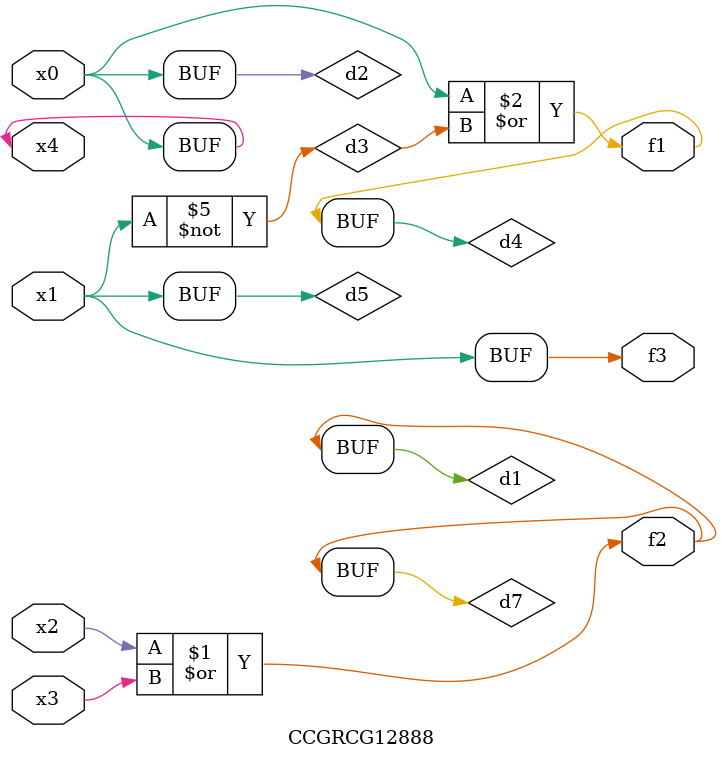
<source format=v>
module CCGRCG12888(
	input x0, x1, x2, x3, x4,
	output f1, f2, f3
);

	wire d1, d2, d3, d4, d5, d6, d7;

	or (d1, x2, x3);
	buf (d2, x0, x4);
	not (d3, x1);
	or (d4, d2, d3);
	not (d5, d3);
	nand (d6, d1, d3);
	or (d7, d1);
	assign f1 = d4;
	assign f2 = d7;
	assign f3 = d5;
endmodule

</source>
